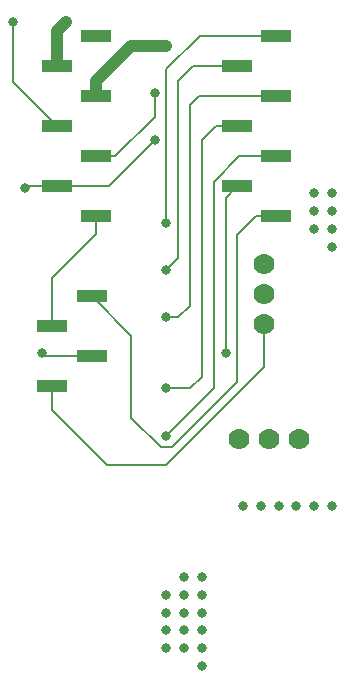
<source format=gbr>
%TF.GenerationSoftware,KiCad,Pcbnew,(6.0.4)*%
%TF.CreationDate,2022-11-04T10:04:38-04:00*%
%TF.ProjectId,controller board,636f6e74-726f-46c6-9c65-7220626f6172,rev?*%
%TF.SameCoordinates,Original*%
%TF.FileFunction,Copper,L4,Bot*%
%TF.FilePolarity,Positive*%
%FSLAX46Y46*%
G04 Gerber Fmt 4.6, Leading zero omitted, Abs format (unit mm)*
G04 Created by KiCad (PCBNEW (6.0.4)) date 2022-11-04 10:04:38*
%MOMM*%
%LPD*%
G01*
G04 APERTURE LIST*
%TA.AperFunction,ComponentPad*%
%ADD10C,1.778000*%
%TD*%
%TA.AperFunction,SMDPad,CuDef*%
%ADD11R,2.510000X1.000000*%
%TD*%
%TA.AperFunction,ViaPad*%
%ADD12C,0.800000*%
%TD*%
%TA.AperFunction,Conductor*%
%ADD13C,0.200000*%
%TD*%
%TA.AperFunction,Conductor*%
%ADD14C,1.000000*%
%TD*%
G04 APERTURE END LIST*
D10*
%TO.P,U2,1,+Vin*%
%TO.N,+24V*%
X131254000Y-85286000D03*
%TO.P,U2,2,GND*%
%TO.N,GND*%
X128714000Y-85286000D03*
%TO.P,U2,3,+Vout_12*%
%TO.N,+12V*%
X126174000Y-85286000D03*
%TD*%
%TO.P,U1,1,+Vin*%
%TO.N,+24V*%
X128286000Y-70460000D03*
%TO.P,U1,2,GND*%
%TO.N,GND*%
X128286000Y-73000000D03*
%TO.P,U1,3,+Vout_3v3*%
%TO.N,+3V3*%
X128286000Y-75540000D03*
%TD*%
D11*
%TO.P,J7,1,Pin_1*%
%TO.N,+3V3*%
X110345000Y-80810000D03*
%TO.P,J7,2,Pin_2*%
%TO.N,GND*%
X113655000Y-78270000D03*
%TO.P,J7,3,Pin_3*%
%TO.N,/RX*%
X110345000Y-75730000D03*
%TO.P,J7,4,Pin_4*%
%TO.N,/TX*%
X113655000Y-73190000D03*
%TD*%
%TO.P,U3,1,A0*%
%TO.N,/CH2 EN*%
X129275000Y-51187500D03*
%TO.P,U3,2,A1*%
%TO.N,/CH2 CW*%
X125965000Y-53727500D03*
%TO.P,U3,3,A2*%
%TO.N,/CH2 WW*%
X129275000Y-56267500D03*
%TO.P,U3,4,A3*%
%TO.N,/CH3 EN*%
X125965000Y-58807500D03*
%TO.P,U3,5,SDA*%
%TO.N,/CH3 CW*%
X129275000Y-61347500D03*
%TO.P,U3,6,SCL*%
%TO.N,/CH3 WW*%
X125965000Y-63887500D03*
%TO.P,U3,7,TX*%
%TO.N,/TX*%
X129275000Y-66427500D03*
%TO.P,U3,8,RX*%
%TO.N,/RX*%
X114035000Y-66427500D03*
%TO.P,U3,9,SCK*%
%TO.N,/CH1 WW*%
X110725000Y-63887500D03*
%TO.P,U3,10,MISO*%
%TO.N,/CH1 CW*%
X114035000Y-61347500D03*
%TO.P,U3,11,MOSI*%
%TO.N,/CH1 EN*%
X110725000Y-58807500D03*
%TO.P,U3,12,3v3*%
%TO.N,+3V3*%
X114035000Y-56267500D03*
%TO.P,U3,13,GND*%
%TO.N,GND*%
X110725000Y-53727500D03*
%TO.P,U3,14,5V*%
%TO.N,unconnected-(U3-Pad14)*%
X114035000Y-51187500D03*
%TD*%
D12*
%TO.N,GND*%
X129500000Y-91000000D03*
X134000000Y-64500000D03*
X109500000Y-78000000D03*
X121500000Y-101500000D03*
X120000000Y-100000000D03*
X123000000Y-98500000D03*
X111500000Y-50000000D03*
X134000000Y-69000000D03*
X122981048Y-99981808D03*
X123000000Y-104500000D03*
X134000000Y-91000000D03*
X134000000Y-66000000D03*
X123000000Y-101500000D03*
X126500000Y-91000000D03*
X120000000Y-101500000D03*
X132500000Y-66000000D03*
X131000000Y-91000000D03*
X134000000Y-67500000D03*
X132500000Y-64500000D03*
X122981048Y-102996739D03*
X120000000Y-98500000D03*
X132500000Y-91000000D03*
X132500000Y-67500000D03*
X121500000Y-97000000D03*
X121500000Y-98500000D03*
X121500000Y-103000000D03*
X128000000Y-91000000D03*
X121500000Y-100000000D03*
X120000000Y-103000000D03*
X123000000Y-97000000D03*
%TO.N,+3V3*%
X120000000Y-52000000D03*
%TO.N,/CH1 EN*%
X107000000Y-50000000D03*
%TO.N,/CH1 CW*%
X119000000Y-56000000D03*
%TO.N,/CH1 WW*%
X108000000Y-64000000D03*
X119000000Y-60000000D03*
%TO.N,/CH2 EN*%
X120000000Y-67000000D03*
%TO.N,/CH2 CW*%
X120000000Y-71000000D03*
%TO.N,/CH2 WW*%
X120000000Y-75000000D03*
%TO.N,/CH3 EN*%
X120000000Y-81000000D03*
%TO.N,/CH3 CW*%
X120000000Y-85000000D03*
%TO.N,/CH3 WW*%
X125000000Y-78000000D03*
%TD*%
D13*
%TO.N,+3V3*%
X110345000Y-82845000D02*
X110345000Y-80810000D01*
X115000000Y-87500000D02*
X110345000Y-82845000D01*
X120000000Y-87500000D02*
X115000000Y-87500000D01*
X128286000Y-79214000D02*
X120000000Y-87500000D01*
X128286000Y-75540000D02*
X128286000Y-79214000D01*
D14*
%TO.N,GND*%
X110725000Y-53727500D02*
X110725000Y-50775000D01*
D13*
X113655000Y-78270000D02*
X109770000Y-78270000D01*
D14*
X110725000Y-50775000D02*
X111500000Y-50000000D01*
D13*
X109770000Y-78270000D02*
X109500000Y-78000000D01*
D14*
%TO.N,+3V3*%
X117000000Y-52000000D02*
X120000000Y-52000000D01*
X114035000Y-54965000D02*
X117000000Y-52000000D01*
X114035000Y-56267500D02*
X114035000Y-54965000D01*
D13*
%TO.N,/CH1 EN*%
X107000000Y-55082500D02*
X107000000Y-50000000D01*
X110725000Y-58807500D02*
X107000000Y-55082500D01*
%TO.N,/CH1 CW*%
X114035000Y-61347500D02*
X115652500Y-61347500D01*
X115652500Y-61347500D02*
X119000000Y-58000000D01*
X119000000Y-58000000D02*
X119000000Y-56000000D01*
%TO.N,/CH1 WW*%
X110725000Y-63887500D02*
X108112500Y-63887500D01*
X110725000Y-63887500D02*
X115112500Y-63887500D01*
X108112500Y-63887500D02*
X108000000Y-64000000D01*
X115112500Y-63887500D02*
X119000000Y-60000000D01*
%TO.N,/CH2 EN*%
X122812500Y-51187500D02*
X120000000Y-54000000D01*
X120000000Y-54000000D02*
X120000000Y-67000000D01*
X129275000Y-51187500D02*
X122812500Y-51187500D01*
%TO.N,/CH2 CW*%
X125965000Y-53727500D02*
X122272500Y-53727500D01*
X121000000Y-70000000D02*
X120000000Y-71000000D01*
X121000000Y-55000000D02*
X121000000Y-70000000D01*
X122272500Y-53727500D02*
X121000000Y-55000000D01*
%TO.N,/CH2 WW*%
X129275000Y-56267500D02*
X122732500Y-56267500D01*
X122000000Y-74000000D02*
X121000000Y-75000000D01*
X122000000Y-57000000D02*
X122000000Y-74000000D01*
X121000000Y-75000000D02*
X120000000Y-75000000D01*
X122732500Y-56267500D02*
X122000000Y-57000000D01*
%TO.N,/CH3 EN*%
X122000000Y-81000000D02*
X120000000Y-81000000D01*
X125965000Y-58807500D02*
X124192500Y-58807500D01*
X123000000Y-80000000D02*
X122000000Y-81000000D01*
X123000000Y-60000000D02*
X123000000Y-80000000D01*
X124192500Y-58807500D02*
X123000000Y-60000000D01*
%TO.N,/CH3 CW*%
X124000000Y-81000000D02*
X120000000Y-85000000D01*
X124000000Y-63498478D02*
X124000000Y-81000000D01*
X126150978Y-61347500D02*
X124000000Y-63498478D01*
X129275000Y-61347500D02*
X126150978Y-61347500D01*
%TO.N,/CH3 WW*%
X125000000Y-64852500D02*
X125965000Y-63887500D01*
X125000000Y-78000000D02*
X125000000Y-64852500D01*
%TO.N,/RX*%
X114035000Y-66427500D02*
X114035000Y-67965000D01*
X114035000Y-67965000D02*
X110345000Y-71655000D01*
X110345000Y-71655000D02*
X110345000Y-75730000D01*
%TO.N,/TX*%
X129275000Y-66427500D02*
X127572500Y-66427500D01*
X126000000Y-80500000D02*
X120500000Y-86000000D01*
X117000000Y-83478503D02*
X117000000Y-76535000D01*
X126000000Y-68000000D02*
X126000000Y-80500000D01*
X120500000Y-86000000D02*
X119521497Y-86000000D01*
X117000000Y-76535000D02*
X113655000Y-73190000D01*
X119521497Y-86000000D02*
X117000000Y-83478503D01*
X127572500Y-66427500D02*
X126000000Y-68000000D01*
%TD*%
M02*

</source>
